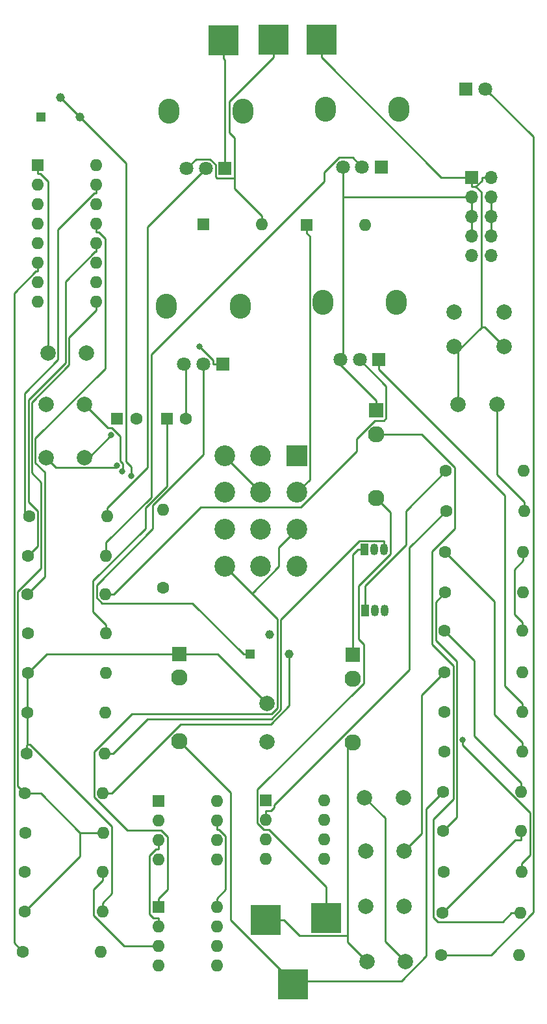
<source format=gbr>
%TF.GenerationSoftware,KiCad,Pcbnew,5.1.7*%
%TF.CreationDate,2020-11-09T18:16:13+01:00*%
%TF.ProjectId,AS3310-ADSR,41533333-3130-42d4-9144-53522e6b6963,1*%
%TF.SameCoordinates,Original*%
%TF.FileFunction,Copper,L1,Top*%
%TF.FilePolarity,Positive*%
%FSLAX46Y46*%
G04 Gerber Fmt 4.6, Leading zero omitted, Abs format (unit mm)*
G04 Created by KiCad (PCBNEW 5.1.7) date 2020-11-09 18:16:13*
%MOMM*%
%LPD*%
G01*
G04 APERTURE LIST*
%TA.AperFunction,ComponentPad*%
%ADD10C,1.168000*%
%TD*%
%TA.AperFunction,ComponentPad*%
%ADD11R,1.168000X1.168000*%
%TD*%
%TA.AperFunction,ComponentPad*%
%ADD12C,1.600000*%
%TD*%
%TA.AperFunction,ComponentPad*%
%ADD13R,1.600000X1.600000*%
%TD*%
%TA.AperFunction,ComponentPad*%
%ADD14C,2.130000*%
%TD*%
%TA.AperFunction,ComponentPad*%
%ADD15R,1.930000X1.830000*%
%TD*%
%TA.AperFunction,SMDPad,CuDef*%
%ADD16R,4.000000X4.000000*%
%TD*%
%TA.AperFunction,ComponentPad*%
%ADD17C,2.700000*%
%TD*%
%TA.AperFunction,ComponentPad*%
%ADD18R,2.700000X2.700000*%
%TD*%
%TA.AperFunction,ComponentPad*%
%ADD19O,1.600000X1.600000*%
%TD*%
%TA.AperFunction,ComponentPad*%
%ADD20C,1.800000*%
%TD*%
%TA.AperFunction,ComponentPad*%
%ADD21R,1.800000X1.800000*%
%TD*%
%TA.AperFunction,ComponentPad*%
%ADD22C,2.000000*%
%TD*%
%TA.AperFunction,ComponentPad*%
%ADD23O,2.720000X3.240000*%
%TD*%
%TA.AperFunction,ComponentPad*%
%ADD24R,1.050000X1.500000*%
%TD*%
%TA.AperFunction,ComponentPad*%
%ADD25O,1.050000X1.500000*%
%TD*%
%TA.AperFunction,ComponentPad*%
%ADD26O,1.700000X1.700000*%
%TD*%
%TA.AperFunction,ComponentPad*%
%ADD27R,1.700000X1.700000*%
%TD*%
%TA.AperFunction,ViaPad*%
%ADD28C,0.800000*%
%TD*%
%TA.AperFunction,Conductor*%
%ADD29C,0.250000*%
%TD*%
G04 APERTURE END LIST*
D10*
%TO.P,RV6,2*%
%TO.N,Net-(R13-Pad2)*%
X89680000Y-44490000D03*
%TO.P,RV6,3*%
X92220000Y-47030000D03*
D11*
%TO.P,RV6,1*%
%TO.N,/ENVOUT*%
X87140000Y-47030000D03*
%TD*%
D10*
%TO.P,RV5,2*%
%TO.N,Net-(R8-Pad2)*%
X117010000Y-114440000D03*
%TO.P,RV5,3*%
X119550000Y-116980000D03*
D11*
%TO.P,RV5,1*%
%TO.N,Net-(RV1-Pad2)*%
X114470000Y-116980000D03*
%TD*%
D12*
%TO.P,C10,2*%
%TO.N,GND*%
X106070000Y-86350000D03*
D13*
%TO.P,C10,1*%
%TO.N,+12V*%
X103570000Y-86350000D03*
%TD*%
D12*
%TO.P,C9,2*%
%TO.N,-12V*%
X99620000Y-86350000D03*
D13*
%TO.P,C9,1*%
%TO.N,GND*%
X97120000Y-86350000D03*
%TD*%
D14*
%TO.P,J3,T*%
%TO.N,Net-(J3-PadT)*%
X105180000Y-128320000D03*
D15*
%TO.P,J3,S*%
%TO.N,GND*%
X105180000Y-116920000D03*
D14*
%TO.P,J3,TN*%
%TO.N,N/C*%
X105180000Y-120020000D03*
%TD*%
D16*
%TO.P,TP6,1*%
%TO.N,+12V*%
X123710000Y-36950000D03*
%TD*%
%TO.P,TP5,1*%
%TO.N,GND*%
X117450000Y-36950000D03*
%TD*%
%TO.P,TP4,1*%
%TO.N,-12V*%
X110950000Y-37070000D03*
%TD*%
D17*
%TO.P,S1,10*%
%TO.N,N/C*%
X120510000Y-105510000D03*
%TO.P,S1,7*%
%TO.N,/OUT4*%
X120510000Y-100710000D03*
D18*
%TO.P,S1,1*%
%TO.N,/OUT3*%
X120510000Y-91110000D03*
D17*
%TO.P,S1,4*%
%TO.N,/OUT2*%
X120510000Y-95910000D03*
%TO.P,S1,12*%
%TO.N,/OUT4*%
X111110000Y-105510000D03*
%TO.P,S1,9*%
%TO.N,Net-(S1-Pad11)*%
X111110000Y-100710000D03*
%TO.P,S1,3*%
%TO.N,Net-(S1-Pad3)*%
X111110000Y-91110000D03*
%TO.P,S1,6*%
%TO.N,/OUT1*%
X111110000Y-95910000D03*
%TO.P,S1,11*%
%TO.N,Net-(S1-Pad11)*%
X115810000Y-105510000D03*
%TO.P,S1,8*%
%TO.N,/IN2*%
X115810000Y-100710000D03*
%TO.P,S1,2*%
%TO.N,/IN1*%
X115810000Y-91110000D03*
%TO.P,S1,5*%
%TO.N,Net-(S1-Pad3)*%
X115810000Y-95910000D03*
%TD*%
D12*
%TO.P,R26,1*%
%TO.N,Net-(D3-Pad2)*%
X139370000Y-156140000D03*
D19*
%TO.P,R26,2*%
%TO.N,+12V*%
X149530000Y-156140000D03*
%TD*%
D20*
%TO.P,D3,2*%
%TO.N,Net-(D3-Pad2)*%
X145090000Y-43350000D03*
D21*
%TO.P,D3,1*%
%TO.N,GND*%
X142550000Y-43350000D03*
%TD*%
D19*
%TO.P,U4,8*%
%TO.N,N/C*%
X110100000Y-136130000D03*
%TO.P,U4,4*%
%TO.N,-12V*%
X102480000Y-143750000D03*
%TO.P,U4,7*%
%TO.N,+12V*%
X110100000Y-138670000D03*
%TO.P,U4,3*%
%TO.N,/ENVOUT*%
X102480000Y-141210000D03*
%TO.P,U4,6*%
%TO.N,Net-(R18-Pad1)*%
X110100000Y-141210000D03*
%TO.P,U4,2*%
%TO.N,Net-(R16-Pad2)*%
X102480000Y-138670000D03*
%TO.P,U4,5*%
%TO.N,N/C*%
X110100000Y-143750000D03*
D13*
%TO.P,U4,1*%
X102480000Y-136130000D03*
%TD*%
D19*
%TO.P,U3,8*%
%TO.N,N/C*%
X124090000Y-135970000D03*
%TO.P,U3,4*%
X116470000Y-143590000D03*
%TO.P,U3,7*%
X124090000Y-138510000D03*
%TO.P,U3,3*%
%TO.N,/OUT2*%
X116470000Y-141050000D03*
%TO.P,U3,6*%
%TO.N,N/C*%
X124090000Y-141050000D03*
%TO.P,U3,2*%
%TO.N,Net-(C5-Pad1)*%
X116470000Y-138510000D03*
%TO.P,U3,5*%
%TO.N,N/C*%
X124090000Y-143590000D03*
D13*
%TO.P,U3,1*%
%TO.N,/GATE*%
X116470000Y-135970000D03*
%TD*%
D19*
%TO.P,U2,16*%
%TO.N,N/C*%
X94400000Y-53300000D03*
%TO.P,U2,8*%
%TO.N,Net-(C1-Pad1)*%
X86780000Y-71080000D03*
%TO.P,U2,15*%
%TO.N,/ATTACK*%
X94400000Y-55840000D03*
%TO.P,U2,7*%
%TO.N,GND*%
X86780000Y-68540000D03*
%TO.P,U2,14*%
X94400000Y-58380000D03*
%TO.P,U2,6*%
%TO.N,Net-(R12-Pad1)*%
X86780000Y-66000000D03*
%TO.P,U2,13*%
%TO.N,/RELEASE*%
X94400000Y-60920000D03*
%TO.P,U2,5*%
%TO.N,/TRIG*%
X86780000Y-63460000D03*
%TO.P,U2,12*%
%TO.N,/DECAY*%
X94400000Y-63460000D03*
%TO.P,U2,4*%
%TO.N,/GATE*%
X86780000Y-60920000D03*
%TO.P,U2,11*%
%TO.N,+12V*%
X94400000Y-66000000D03*
%TO.P,U2,3*%
%TO.N,N/C*%
X86780000Y-58380000D03*
%TO.P,U2,10*%
%TO.N,/IIN*%
X94400000Y-68540000D03*
%TO.P,U2,2*%
%TO.N,/ENVOUT*%
X86780000Y-55840000D03*
%TO.P,U2,9*%
%TO.N,/SUSTAIN*%
X94400000Y-71080000D03*
D13*
%TO.P,U2,1*%
%TO.N,Net-(C3-Pad1)*%
X86780000Y-53300000D03*
%TD*%
D19*
%TO.P,U1,8*%
%TO.N,+12V*%
X110140000Y-149880000D03*
%TO.P,U1,4*%
%TO.N,-12V*%
X102520000Y-157500000D03*
%TO.P,U1,7*%
%TO.N,N/C*%
X110140000Y-152420000D03*
%TO.P,U1,3*%
%TO.N,Net-(R10-Pad2)*%
X102520000Y-154960000D03*
%TO.P,U1,6*%
%TO.N,N/C*%
X110140000Y-154960000D03*
%TO.P,U1,2*%
%TO.N,/ENVOUT*%
X102520000Y-152420000D03*
%TO.P,U1,5*%
%TO.N,N/C*%
X110140000Y-157500000D03*
D13*
%TO.P,U1,1*%
%TO.N,/OUT4*%
X102520000Y-149880000D03*
%TD*%
D16*
%TO.P,TP3,1*%
%TO.N,/IN1*%
X124330000Y-151300000D03*
%TD*%
%TO.P,TP2,1*%
%TO.N,Net-(J3-PadT)*%
X120010000Y-159960000D03*
%TD*%
%TO.P,TP1,1*%
%TO.N,Net-(C4-Pad1)*%
X116480000Y-151550000D03*
%TD*%
D22*
%TO.P,SW2,1*%
%TO.N,Net-(J4-PadTN)*%
X141060000Y-72400000D03*
%TO.P,SW2,2*%
%TO.N,+12V*%
X141060000Y-76900000D03*
%TO.P,SW2,1*%
%TO.N,Net-(J4-PadTN)*%
X147560000Y-72400000D03*
%TO.P,SW2,2*%
%TO.N,+12V*%
X147560000Y-76900000D03*
%TD*%
D23*
%TO.P,RV4,*%
%TO.N,*%
X133510000Y-71130000D03*
X123910000Y-71130000D03*
D20*
%TO.P,RV4,3*%
%TO.N,GND*%
X126210000Y-78630000D03*
%TO.P,RV4,2*%
%TO.N,Net-(R3-Pad2)*%
X128710000Y-78630000D03*
D21*
%TO.P,RV4,1*%
%TO.N,-12V*%
X131210000Y-78630000D03*
%TD*%
D23*
%TO.P,RV3,*%
%TO.N,*%
X133840000Y-46030000D03*
X124240000Y-46030000D03*
D20*
%TO.P,RV3,3*%
%TO.N,GND*%
X126540000Y-53530000D03*
%TO.P,RV3,2*%
%TO.N,Net-(R2-Pad2)*%
X129040000Y-53530000D03*
D21*
%TO.P,RV3,1*%
%TO.N,-12V*%
X131540000Y-53530000D03*
%TD*%
D23*
%TO.P,RV2,*%
%TO.N,*%
X113470000Y-46250000D03*
X103870000Y-46250000D03*
D20*
%TO.P,RV2,3*%
%TO.N,GND*%
X106170000Y-53750000D03*
%TO.P,RV2,2*%
%TO.N,Net-(R1-Pad2)*%
X108670000Y-53750000D03*
D21*
%TO.P,RV2,1*%
%TO.N,-12V*%
X111170000Y-53750000D03*
%TD*%
D23*
%TO.P,RV1,*%
%TO.N,*%
X113140000Y-71690000D03*
X103540000Y-71690000D03*
D20*
%TO.P,RV1,3*%
%TO.N,GND*%
X105840000Y-79190000D03*
%TO.P,RV1,2*%
%TO.N,Net-(RV1-Pad2)*%
X108340000Y-79190000D03*
D21*
%TO.P,RV1,1*%
%TO.N,+12V*%
X110840000Y-79190000D03*
%TD*%
D12*
%TO.P,R25,1*%
%TO.N,GND*%
X139470000Y-150690000D03*
D19*
%TO.P,R25,2*%
%TO.N,Net-(J4-PadTN)*%
X149630000Y-150690000D03*
%TD*%
D12*
%TO.P,R24,1*%
%TO.N,+12V*%
X139630000Y-145350000D03*
D19*
%TO.P,R24,2*%
%TO.N,/OUT3*%
X149790000Y-145350000D03*
%TD*%
D12*
%TO.P,R23,1*%
%TO.N,/OUT2*%
X139570000Y-140020000D03*
D19*
%TO.P,R23,2*%
%TO.N,GND*%
X149730000Y-140020000D03*
%TD*%
D12*
%TO.P,R22,1*%
%TO.N,Net-(J3-PadT)*%
X139620000Y-134890000D03*
D19*
%TO.P,R22,2*%
%TO.N,Net-(R18-Pad1)*%
X149780000Y-134890000D03*
%TD*%
D12*
%TO.P,R21,1*%
%TO.N,Net-(C6-Pad2)*%
X139780000Y-129630000D03*
D19*
%TO.P,R21,2*%
%TO.N,GND*%
X149940000Y-129630000D03*
%TD*%
D12*
%TO.P,R20,1*%
%TO.N,Net-(Q1-Pad2)*%
X139780000Y-124490000D03*
D19*
%TO.P,R20,2*%
%TO.N,-12V*%
X149940000Y-124490000D03*
%TD*%
D12*
%TO.P,R19,1*%
%TO.N,Net-(C7-Pad2)*%
X139780000Y-119300000D03*
D19*
%TO.P,R19,2*%
%TO.N,Net-(Q1-Pad2)*%
X149940000Y-119300000D03*
%TD*%
D12*
%TO.P,R18,1*%
%TO.N,Net-(R18-Pad1)*%
X139780000Y-113940000D03*
D19*
%TO.P,R18,2*%
%TO.N,Net-(R16-Pad2)*%
X149940000Y-113940000D03*
%TD*%
D12*
%TO.P,R17,1*%
%TO.N,/OUT2*%
X139870000Y-108940000D03*
D19*
%TO.P,R17,2*%
%TO.N,/GATE*%
X150030000Y-108940000D03*
%TD*%
D12*
%TO.P,R16,1*%
%TO.N,GND*%
X139870000Y-103660000D03*
D19*
%TO.P,R16,2*%
%TO.N,Net-(R16-Pad2)*%
X150030000Y-103660000D03*
%TD*%
D12*
%TO.P,R15,1*%
%TO.N,Net-(C5-Pad1)*%
X140000000Y-98310000D03*
D19*
%TO.P,R15,2*%
%TO.N,GND*%
X150160000Y-98310000D03*
%TD*%
D12*
%TO.P,R14,1*%
%TO.N,+12V*%
X139960000Y-93120000D03*
D19*
%TO.P,R14,2*%
%TO.N,Net-(C5-Pad1)*%
X150120000Y-93120000D03*
%TD*%
D12*
%TO.P,R13,1*%
%TO.N,/IIN*%
X103110000Y-108310000D03*
D19*
%TO.P,R13,2*%
%TO.N,Net-(R13-Pad2)*%
X103110000Y-98150000D03*
%TD*%
D12*
%TO.P,R12,1*%
%TO.N,Net-(R12-Pad1)*%
X84830000Y-155750000D03*
D19*
%TO.P,R12,2*%
%TO.N,-12V*%
X94990000Y-155750000D03*
%TD*%
D12*
%TO.P,R11,1*%
%TO.N,/SUSTAIN*%
X85020000Y-150510000D03*
D19*
%TO.P,R11,2*%
%TO.N,GND*%
X95180000Y-150510000D03*
%TD*%
D12*
%TO.P,R10,1*%
%TO.N,/OUT4*%
X85020000Y-145300000D03*
D19*
%TO.P,R10,2*%
%TO.N,Net-(R10-Pad2)*%
X95180000Y-145300000D03*
%TD*%
D12*
%TO.P,R9,1*%
%TO.N,Net-(R10-Pad2)*%
X85150000Y-140210000D03*
D19*
%TO.P,R9,2*%
%TO.N,/SUSTAIN*%
X95310000Y-140210000D03*
%TD*%
D12*
%TO.P,R8,1*%
%TO.N,/SUSTAIN*%
X85090000Y-135110000D03*
D19*
%TO.P,R8,2*%
%TO.N,Net-(R8-Pad2)*%
X95250000Y-135110000D03*
%TD*%
D12*
%TO.P,R7,1*%
%TO.N,GND*%
X85280000Y-129910000D03*
D19*
%TO.P,R7,2*%
%TO.N,/RELEASE*%
X95440000Y-129910000D03*
%TD*%
D12*
%TO.P,R6,1*%
%TO.N,GND*%
X85400000Y-124620000D03*
D19*
%TO.P,R6,2*%
%TO.N,/DECAY*%
X95560000Y-124620000D03*
%TD*%
D12*
%TO.P,R5,1*%
%TO.N,GND*%
X85440000Y-119390000D03*
D19*
%TO.P,R5,2*%
%TO.N,/ATTACK*%
X95600000Y-119390000D03*
%TD*%
D12*
%TO.P,R4,1*%
%TO.N,Net-(R10-Pad2)*%
X85470000Y-114240000D03*
D19*
%TO.P,R4,2*%
%TO.N,+12V*%
X95630000Y-114240000D03*
%TD*%
D12*
%TO.P,R3,1*%
%TO.N,/RELEASE*%
X85400000Y-109180000D03*
D19*
%TO.P,R3,2*%
%TO.N,Net-(R3-Pad2)*%
X95560000Y-109180000D03*
%TD*%
D12*
%TO.P,R2,1*%
%TO.N,/DECAY*%
X85480000Y-104170000D03*
D19*
%TO.P,R2,2*%
%TO.N,Net-(R2-Pad2)*%
X95640000Y-104170000D03*
%TD*%
D12*
%TO.P,R1,1*%
%TO.N,/ATTACK*%
X85630000Y-99020000D03*
D19*
%TO.P,R1,2*%
%TO.N,Net-(R1-Pad2)*%
X95790000Y-99020000D03*
%TD*%
D24*
%TO.P,Q2,1*%
%TO.N,+12V*%
X129450000Y-111290000D03*
D25*
%TO.P,Q2,3*%
%TO.N,Net-(C7-Pad2)*%
X131990000Y-111290000D03*
%TO.P,Q2,2*%
%TO.N,/OUT3*%
X130720000Y-111290000D03*
%TD*%
D24*
%TO.P,Q1,1*%
%TO.N,GND*%
X129360000Y-103310000D03*
D25*
%TO.P,Q1,3*%
%TO.N,/RELEASE*%
X131900000Y-103310000D03*
%TO.P,Q1,2*%
%TO.N,Net-(Q1-Pad2)*%
X130630000Y-103310000D03*
%TD*%
D14*
%TO.P,J4,T*%
%TO.N,/IN1*%
X130880000Y-96610000D03*
D15*
%TO.P,J4,S*%
%TO.N,GND*%
X130880000Y-85210000D03*
D14*
%TO.P,J4,TN*%
%TO.N,Net-(J4-PadTN)*%
X130880000Y-88310000D03*
%TD*%
D26*
%TO.P,J2,10*%
%TO.N,-12V*%
X145810000Y-65070000D03*
%TO.P,J2,9*%
X143270000Y-65070000D03*
%TO.P,J2,8*%
%TO.N,GND*%
X145810000Y-62530000D03*
%TO.P,J2,7*%
X143270000Y-62530000D03*
%TO.P,J2,6*%
X145810000Y-59990000D03*
%TO.P,J2,5*%
X143270000Y-59990000D03*
%TO.P,J2,4*%
X145810000Y-57450000D03*
%TO.P,J2,3*%
X143270000Y-57450000D03*
%TO.P,J2,2*%
%TO.N,+12V*%
X145810000Y-54910000D03*
D27*
%TO.P,J2,1*%
X143270000Y-54910000D03*
%TD*%
D14*
%TO.P,J1,T*%
%TO.N,Net-(C4-Pad1)*%
X127800000Y-128480000D03*
D15*
%TO.P,J1,S*%
%TO.N,GND*%
X127800000Y-117080000D03*
D14*
%TO.P,J1,TN*%
%TO.N,N/C*%
X127800000Y-120180000D03*
%TD*%
D19*
%TO.P,D2,2*%
%TO.N,Net-(C6-Pad2)*%
X129460000Y-61090000D03*
D13*
%TO.P,D2,1*%
%TO.N,/OUT2*%
X121840000Y-61090000D03*
%TD*%
D19*
%TO.P,D1,2*%
%TO.N,GND*%
X115990000Y-61020000D03*
D13*
%TO.P,D1,1*%
%TO.N,/OUT2*%
X108370000Y-61020000D03*
%TD*%
D22*
%TO.P,C11,2*%
%TO.N,+12V*%
X141570000Y-84480000D03*
%TO.P,C11,1*%
%TO.N,GND*%
X146570000Y-84480000D03*
%TD*%
%TO.P,C8,2*%
%TO.N,GND*%
X134540000Y-149800000D03*
%TO.P,C8,1*%
%TO.N,-12V*%
X129540000Y-149800000D03*
%TD*%
%TO.P,C7,2*%
%TO.N,Net-(C7-Pad2)*%
X134490000Y-142630000D03*
%TO.P,C7,1*%
%TO.N,/OUT2*%
X129490000Y-142630000D03*
%TD*%
%TO.P,C6,2*%
%TO.N,Net-(C6-Pad2)*%
X92810000Y-91370000D03*
%TO.P,C6,1*%
%TO.N,/OUT1*%
X87810000Y-91370000D03*
%TD*%
%TO.P,C5,2*%
%TO.N,/IN2*%
X92810000Y-84430000D03*
%TO.P,C5,1*%
%TO.N,Net-(C5-Pad1)*%
X87810000Y-84430000D03*
%TD*%
%TO.P,C4,2*%
%TO.N,/TRIG*%
X134680000Y-157050000D03*
%TO.P,C4,1*%
%TO.N,Net-(C4-Pad1)*%
X129680000Y-157050000D03*
%TD*%
%TO.P,C3,2*%
%TO.N,GND*%
X93070000Y-77750000D03*
%TO.P,C3,1*%
%TO.N,Net-(C3-Pad1)*%
X88070000Y-77750000D03*
%TD*%
%TO.P,C2,2*%
%TO.N,/GATE*%
X134380000Y-135660000D03*
%TO.P,C2,1*%
%TO.N,/TRIG*%
X129380000Y-135660000D03*
%TD*%
%TO.P,C1,2*%
%TO.N,GND*%
X116660000Y-123380000D03*
%TO.P,C1,1*%
%TO.N,Net-(C1-Pad1)*%
X116660000Y-128380000D03*
%TD*%
D28*
%TO.N,Net-(C6-Pad2)*%
X96352500Y-88449400D03*
%TO.N,+12V*%
X107801800Y-76917600D03*
%TO.N,Net-(R13-Pad2)*%
X98924600Y-93774500D03*
%TO.N,/IN2*%
X97767100Y-93158800D03*
%TO.N,/OUT1*%
X97078200Y-92432800D03*
%TO.N,/OUT3*%
X142118800Y-128153400D03*
%TD*%
D29*
%TO.N,GND*%
X85440000Y-119390000D02*
X85400000Y-119430000D01*
X85400000Y-119430000D02*
X85400000Y-124620000D01*
X105180000Y-116920000D02*
X87910000Y-116920000D01*
X87910000Y-116920000D02*
X85440000Y-119390000D01*
X149940000Y-129630000D02*
X149940000Y-128504700D01*
X139870000Y-103660000D02*
X146304000Y-110094000D01*
X146304000Y-110094000D02*
X146304000Y-124868700D01*
X146304000Y-124868700D02*
X149940000Y-128504700D01*
X149730000Y-140020000D02*
X149730000Y-141145300D01*
X149730000Y-141145300D02*
X149014700Y-141145300D01*
X149014700Y-141145300D02*
X139470000Y-150690000D01*
X130880000Y-85210000D02*
X130880000Y-83969700D01*
X130880000Y-83969700D02*
X126210000Y-79299700D01*
X126210000Y-79299700D02*
X126210000Y-78630000D01*
X126540000Y-57450000D02*
X126540000Y-78300000D01*
X126540000Y-78300000D02*
X126210000Y-78630000D01*
X126540000Y-53530000D02*
X126540000Y-57450000D01*
X126540000Y-57450000D02*
X142094700Y-57450000D01*
X143270000Y-57450000D02*
X142094700Y-57450000D01*
X116660000Y-123380000D02*
X110200000Y-116920000D01*
X110200000Y-116920000D02*
X105180000Y-116920000D01*
X112441900Y-55002200D02*
X110113000Y-55002200D01*
X110113000Y-55002200D02*
X109944600Y-54833800D01*
X109944600Y-54833800D02*
X109944600Y-53228400D01*
X109944600Y-53228400D02*
X109226000Y-52509800D01*
X109226000Y-52509800D02*
X107410200Y-52509800D01*
X107410200Y-52509800D02*
X106170000Y-53750000D01*
X115990000Y-59894700D02*
X112442000Y-56346700D01*
X112442000Y-56346700D02*
X112442000Y-55002200D01*
X112442000Y-55002200D02*
X112441900Y-55002200D01*
X112441900Y-55002200D02*
X112441900Y-49725600D01*
X112441900Y-49725600D02*
X111754400Y-49038100D01*
X111754400Y-49038100D02*
X111754400Y-44970900D01*
X111754400Y-44970900D02*
X117450000Y-39275300D01*
X117450000Y-36950000D02*
X117450000Y-39275300D01*
X115990000Y-61020000D02*
X115990000Y-59894700D01*
X85400000Y-128742200D02*
X85760800Y-128742200D01*
X85760800Y-128742200D02*
X96442900Y-139424300D01*
X96442900Y-139424300D02*
X96442900Y-148121800D01*
X96442900Y-148121800D02*
X95180000Y-149384700D01*
X85280000Y-129910000D02*
X85280000Y-128862200D01*
X85280000Y-128862200D02*
X85400000Y-128742200D01*
X85400000Y-124620000D02*
X85400000Y-128742200D01*
X95180000Y-150510000D02*
X95180000Y-149384700D01*
X105840000Y-79190000D02*
X106070000Y-79420000D01*
X106070000Y-79420000D02*
X106070000Y-86350000D01*
X150160000Y-97184700D02*
X146570000Y-93594700D01*
X146570000Y-93594700D02*
X146570000Y-84480000D01*
X145810000Y-62530000D02*
X145810000Y-59990000D01*
X150160000Y-98310000D02*
X150160000Y-97184700D01*
X129360000Y-103310000D02*
X128509700Y-103310000D01*
X127800000Y-117080000D02*
X127800000Y-104019700D01*
X127800000Y-104019700D02*
X128509700Y-103310000D01*
X143270000Y-57450000D02*
X143270000Y-59990000D01*
X145810000Y-57450000D02*
X145810000Y-59990000D01*
X143270000Y-59990000D02*
X143270000Y-62530000D01*
%TO.N,/TRIG*%
X129380000Y-135660000D02*
X132040000Y-138320000D01*
X132040000Y-138320000D02*
X132040000Y-154410000D01*
X132040000Y-154410000D02*
X134680000Y-157050000D01*
%TO.N,Net-(C3-Pad1)*%
X86780000Y-54425300D02*
X87061300Y-54425300D01*
X87061300Y-54425300D02*
X88070000Y-55434000D01*
X88070000Y-55434000D02*
X88070000Y-77750000D01*
X86780000Y-53300000D02*
X86780000Y-54425300D01*
%TO.N,Net-(C4-Pad1)*%
X127128600Y-153631300D02*
X127128600Y-154498600D01*
X127128600Y-154498600D02*
X129680000Y-157050000D01*
X127800000Y-128480000D02*
X127128600Y-129151400D01*
X127128600Y-129151400D02*
X127128600Y-153631300D01*
X127128600Y-153631300D02*
X120886600Y-153631300D01*
X120886600Y-153631300D02*
X118805300Y-151550000D01*
X116480000Y-151550000D02*
X118805300Y-151550000D01*
%TO.N,Net-(C5-Pad1)*%
X116470000Y-138510000D02*
X116470000Y-137384700D01*
X116470000Y-137384700D02*
X117120600Y-137384700D01*
X117120600Y-137384700D02*
X117595300Y-136910000D01*
X117595300Y-136910000D02*
X117595300Y-136625100D01*
X117595300Y-136625100D02*
X135196000Y-119024400D01*
X135196000Y-119024400D02*
X135196000Y-103114000D01*
X135196000Y-103114000D02*
X140000000Y-98310000D01*
%TO.N,Net-(C6-Pad2)*%
X92810000Y-91370000D02*
X93431900Y-91370000D01*
X93431900Y-91370000D02*
X96352500Y-88449400D01*
%TO.N,Net-(C7-Pad2)*%
X134490000Y-142630000D02*
X136777900Y-140342100D01*
X136777900Y-140342100D02*
X136777900Y-122302100D01*
X136777900Y-122302100D02*
X139780000Y-119300000D01*
%TO.N,-12V*%
X131210000Y-78630000D02*
X131210000Y-79855300D01*
X149940000Y-124490000D02*
X149940000Y-123364700D01*
X149940000Y-123364700D02*
X147661800Y-121086500D01*
X147661800Y-121086500D02*
X147661800Y-96307100D01*
X147661800Y-96307100D02*
X131210000Y-79855300D01*
X110950000Y-37070000D02*
X110950000Y-39395300D01*
X111170000Y-53750000D02*
X111170000Y-39615300D01*
X111170000Y-39615300D02*
X110950000Y-39395300D01*
%TO.N,+12V*%
X144635100Y-74344900D02*
X141570000Y-77410000D01*
X147560000Y-76900000D02*
X145004900Y-74344900D01*
X145004900Y-74344900D02*
X144635100Y-74344900D01*
X143855900Y-56085300D02*
X144540000Y-56769400D01*
X144540000Y-56769400D02*
X144540000Y-74249800D01*
X144540000Y-74249800D02*
X144635100Y-74344900D01*
X141570000Y-77410000D02*
X141060000Y-76900000D01*
X141570000Y-84480000D02*
X141570000Y-77410000D01*
X143855900Y-56085300D02*
X144634700Y-55306500D01*
X144634700Y-55306500D02*
X144634700Y-54910000D01*
X143270000Y-56085300D02*
X143855900Y-56085300D01*
X139960000Y-93120000D02*
X134745600Y-98334400D01*
X134745600Y-98334400D02*
X134745600Y-102739200D01*
X134745600Y-102739200D02*
X129450000Y-108034800D01*
X129450000Y-108034800D02*
X129450000Y-111290000D01*
X103570000Y-86350000D02*
X103570000Y-95114700D01*
X103570000Y-95114700D02*
X100808700Y-97876000D01*
X100808700Y-97876000D02*
X100808700Y-100592800D01*
X100808700Y-100592800D02*
X93967300Y-107434200D01*
X93967300Y-107434200D02*
X93967300Y-111452000D01*
X93967300Y-111452000D02*
X95630000Y-113114700D01*
X110140000Y-149880000D02*
X110140000Y-148754700D01*
X110100000Y-138670000D02*
X110100000Y-139795300D01*
X110100000Y-139795300D02*
X110381300Y-139795300D01*
X110381300Y-139795300D02*
X111244500Y-140658500D01*
X111244500Y-140658500D02*
X111244500Y-147650200D01*
X111244500Y-147650200D02*
X110140000Y-148754700D01*
X145810000Y-54910000D02*
X144634700Y-54910000D01*
X143270000Y-54910000D02*
X143270000Y-56085300D01*
X123710000Y-36950000D02*
X123710000Y-39275300D01*
X143270000Y-54910000D02*
X139344700Y-54910000D01*
X139344700Y-54910000D02*
X123710000Y-39275300D01*
X95630000Y-114240000D02*
X95630000Y-113114700D01*
X107801800Y-76917600D02*
X109614700Y-78730500D01*
X109614700Y-78730500D02*
X109614700Y-79190000D01*
X110840000Y-79190000D02*
X109614700Y-79190000D01*
%TO.N,Net-(J3-PadT)*%
X120010000Y-159737400D02*
X111864600Y-151592000D01*
X111864600Y-151592000D02*
X111864600Y-135004600D01*
X111864600Y-135004600D02*
X105180000Y-128320000D01*
X120010000Y-159737400D02*
X120010000Y-159514900D01*
X120010000Y-159960000D02*
X120010000Y-159737400D01*
X139620000Y-134890000D02*
X137403300Y-137106700D01*
X137403300Y-137106700D02*
X137403300Y-156242100D01*
X137403300Y-156242100D02*
X134130500Y-159514900D01*
X134130500Y-159514900D02*
X120010000Y-159514900D01*
%TO.N,Net-(J4-PadTN)*%
X130880000Y-88310000D02*
X136782100Y-88310000D01*
X136782100Y-88310000D02*
X141139300Y-92667200D01*
X141139300Y-92667200D02*
X141139300Y-100641300D01*
X141139300Y-100641300D02*
X138165700Y-103614900D01*
X138165700Y-103614900D02*
X138165700Y-115730200D01*
X138165700Y-115730200D02*
X140925500Y-118490000D01*
X140925500Y-118490000D02*
X140925500Y-135843700D01*
X140925500Y-135843700D02*
X138327500Y-138441700D01*
X138327500Y-138441700D02*
X138327500Y-151210100D01*
X138327500Y-151210100D02*
X138932700Y-151815300D01*
X138932700Y-151815300D02*
X147379400Y-151815300D01*
X147379400Y-151815300D02*
X148504700Y-150690000D01*
X149630000Y-150690000D02*
X148504700Y-150690000D01*
%TO.N,/RELEASE*%
X131900000Y-103310000D02*
X131900000Y-102234700D01*
X95440000Y-129910000D02*
X96565300Y-129910000D01*
X96565300Y-129910000D02*
X101081100Y-125394200D01*
X101081100Y-125394200D02*
X117200100Y-125394200D01*
X117200100Y-125394200D02*
X118457600Y-124136700D01*
X118457600Y-124136700D02*
X118457600Y-112477300D01*
X118457600Y-112477300D02*
X128700200Y-102234700D01*
X128700200Y-102234700D02*
X131900000Y-102234700D01*
X85400000Y-109180000D02*
X87662000Y-106918000D01*
X87662000Y-106918000D02*
X87662000Y-93268400D01*
X87662000Y-93268400D02*
X86452100Y-92058500D01*
X86452100Y-92058500D02*
X86452100Y-88862200D01*
X86452100Y-88862200D02*
X95525400Y-79788900D01*
X95525400Y-79788900D02*
X95525400Y-62889400D01*
X95525400Y-62889400D02*
X94681300Y-62045300D01*
X94681300Y-62045300D02*
X94400000Y-62045300D01*
X94400000Y-60920000D02*
X94400000Y-62045300D01*
%TO.N,/ATTACK*%
X94400000Y-55840000D02*
X94400000Y-56965300D01*
X85630000Y-99020000D02*
X85038500Y-98428500D01*
X85038500Y-98428500D02*
X85038500Y-82981700D01*
X85038500Y-82981700D02*
X89395400Y-78624800D01*
X89395400Y-78624800D02*
X89395400Y-61688600D01*
X89395400Y-61688600D02*
X94118700Y-56965300D01*
X94118700Y-56965300D02*
X94400000Y-56965300D01*
%TO.N,Net-(R1-Pad2)*%
X95790000Y-97894700D02*
X95830200Y-97894700D01*
X95830200Y-97894700D02*
X101082500Y-92642400D01*
X101082500Y-92642400D02*
X101082500Y-61337500D01*
X101082500Y-61337500D02*
X108670000Y-53750000D01*
X95790000Y-99020000D02*
X95790000Y-97894700D01*
%TO.N,/DECAY*%
X85480000Y-104170000D02*
X86761400Y-102888600D01*
X86761400Y-102888600D02*
X86761400Y-98345000D01*
X86761400Y-98345000D02*
X85548500Y-97132100D01*
X85548500Y-97132100D02*
X85548500Y-83881600D01*
X85548500Y-83881600D02*
X90367300Y-79062800D01*
X90367300Y-79062800D02*
X90367300Y-68413700D01*
X90367300Y-68413700D02*
X94195700Y-64585300D01*
X94195700Y-64585300D02*
X94400000Y-64585300D01*
X94400000Y-63460000D02*
X94400000Y-64585300D01*
%TO.N,Net-(R2-Pad2)*%
X129040000Y-53530000D02*
X127807700Y-52297700D01*
X127807700Y-52297700D02*
X126021100Y-52297700D01*
X126021100Y-52297700D02*
X124087600Y-54231200D01*
X124087600Y-54231200D02*
X124087600Y-55369600D01*
X124087600Y-55369600D02*
X101532900Y-77924300D01*
X101532900Y-77924300D02*
X101532900Y-96514900D01*
X101532900Y-96514900D02*
X95640000Y-102407800D01*
X95640000Y-102407800D02*
X95640000Y-103044700D01*
X95640000Y-104170000D02*
X95640000Y-103044700D01*
%TO.N,Net-(R3-Pad2)*%
X95560000Y-109180000D02*
X96685300Y-109180000D01*
X96685300Y-109180000D02*
X108005700Y-97859600D01*
X108005700Y-97859600D02*
X121000000Y-97859600D01*
X121000000Y-97859600D02*
X128288000Y-90571600D01*
X128288000Y-90571600D02*
X128288000Y-88927800D01*
X128288000Y-88927800D02*
X130690100Y-86525700D01*
X130690100Y-86525700D02*
X131904400Y-86525700D01*
X131904400Y-86525700D02*
X132170400Y-86259700D01*
X132170400Y-86259700D02*
X132170400Y-82090400D01*
X132170400Y-82090400D02*
X128710000Y-78630000D01*
%TO.N,Net-(R10-Pad2)*%
X95180000Y-145300000D02*
X95180000Y-146425300D01*
X95180000Y-146425300D02*
X94013500Y-147591800D01*
X94013500Y-147591800D02*
X94013500Y-150976900D01*
X94013500Y-150976900D02*
X97996600Y-154960000D01*
X97996600Y-154960000D02*
X102520000Y-154960000D01*
%TO.N,Net-(R8-Pad2)*%
X96375300Y-135110000D02*
X105415700Y-126069600D01*
X105415700Y-126069600D02*
X117161600Y-126069600D01*
X117161600Y-126069600D02*
X119550000Y-123681200D01*
X119550000Y-123681200D02*
X119550000Y-116980000D01*
X95250000Y-135110000D02*
X96375300Y-135110000D01*
%TO.N,/SUSTAIN*%
X85090000Y-135110000D02*
X84133300Y-134153300D01*
X84133300Y-134153300D02*
X84133300Y-108835300D01*
X84133300Y-108835300D02*
X87211700Y-105756900D01*
X87211700Y-105756900D02*
X87211700Y-94587300D01*
X87211700Y-94587300D02*
X86001600Y-93377200D01*
X86001600Y-93377200D02*
X86001600Y-84161000D01*
X86001600Y-84161000D02*
X90851900Y-79310700D01*
X90851900Y-79310700D02*
X90851900Y-75753400D01*
X90851900Y-75753400D02*
X94400000Y-72205300D01*
X85090000Y-135110000D02*
X87144300Y-135110000D01*
X87144300Y-135110000D02*
X92244300Y-140210000D01*
X94400000Y-71080000D02*
X94400000Y-72205300D01*
X92244300Y-140210000D02*
X92244300Y-143285700D01*
X92244300Y-143285700D02*
X85020000Y-150510000D01*
X94184700Y-140210000D02*
X92244300Y-140210000D01*
X95310000Y-140210000D02*
X94184700Y-140210000D01*
%TO.N,Net-(R12-Pad1)*%
X86780000Y-67125300D02*
X86498700Y-67125300D01*
X86498700Y-67125300D02*
X83664000Y-69960000D01*
X83664000Y-69960000D02*
X83664000Y-154584000D01*
X83664000Y-154584000D02*
X84830000Y-155750000D01*
X86780000Y-66000000D02*
X86780000Y-67125300D01*
%TO.N,Net-(R13-Pad2)*%
X98924600Y-93774500D02*
X98924600Y-92616500D01*
X98924600Y-92616500D02*
X98245400Y-91937300D01*
X98245400Y-91937300D02*
X98245400Y-53055400D01*
X98245400Y-53055400D02*
X92220000Y-47030000D01*
X92220000Y-47030000D02*
X89680000Y-44490000D01*
%TO.N,Net-(R16-Pad2)*%
X149940000Y-113940000D02*
X149940000Y-112814700D01*
X150030000Y-103660000D02*
X150030000Y-104785300D01*
X150030000Y-104785300D02*
X148885200Y-105930100D01*
X148885200Y-105930100D02*
X148885200Y-111759900D01*
X148885200Y-111759900D02*
X149940000Y-112814700D01*
%TO.N,Net-(R18-Pad1)*%
X149780000Y-134890000D02*
X149780000Y-133764700D01*
X139780000Y-113940000D02*
X143661500Y-117821500D01*
X143661500Y-117821500D02*
X143661500Y-127646200D01*
X143661500Y-127646200D02*
X149780000Y-133764700D01*
%TO.N,Net-(RV1-Pad2)*%
X114470000Y-116980000D02*
X113560700Y-116980000D01*
X108340000Y-79190000D02*
X108340000Y-90981600D01*
X108340000Y-90981600D02*
X101709400Y-97612200D01*
X101709400Y-97612200D02*
X101709400Y-100658700D01*
X101709400Y-100658700D02*
X94417700Y-107950400D01*
X94417700Y-107950400D02*
X94417700Y-109632500D01*
X94417700Y-109632500D02*
X95103700Y-110318500D01*
X95103700Y-110318500D02*
X106899200Y-110318500D01*
X106899200Y-110318500D02*
X113560700Y-116980000D01*
%TO.N,/ENVOUT*%
X102520000Y-152420000D02*
X102520000Y-151294700D01*
X102480000Y-141210000D02*
X102480000Y-142335300D01*
X102480000Y-142335300D02*
X102198700Y-142335300D01*
X102198700Y-142335300D02*
X101352400Y-143181600D01*
X101352400Y-143181600D02*
X101352400Y-150830400D01*
X101352400Y-150830400D02*
X101816700Y-151294700D01*
X101816700Y-151294700D02*
X102520000Y-151294700D01*
%TO.N,/IN2*%
X97767100Y-93158800D02*
X97803500Y-93122400D01*
X97803500Y-93122400D02*
X97803500Y-92132300D01*
X97803500Y-92132300D02*
X97498600Y-91827400D01*
X97498600Y-91827400D02*
X97498600Y-88569600D01*
X97498600Y-88569600D02*
X96404400Y-87475400D01*
X96404400Y-87475400D02*
X95855400Y-87475400D01*
X95855400Y-87475400D02*
X92810000Y-84430000D01*
%TO.N,/OUT1*%
X87810000Y-91370000D02*
X89136600Y-92696600D01*
X89136600Y-92696600D02*
X96814400Y-92696600D01*
X96814400Y-92696600D02*
X97078200Y-92432800D01*
%TO.N,/OUT2*%
X121840000Y-61090000D02*
X121840000Y-62215300D01*
X120510000Y-95910000D02*
X122185400Y-94234600D01*
X122185400Y-94234600D02*
X122185400Y-62560700D01*
X122185400Y-62560700D02*
X121840000Y-62215300D01*
X139870000Y-108940000D02*
X138616100Y-110193900D01*
X138616100Y-110193900D02*
X138616100Y-115170300D01*
X138616100Y-115170300D02*
X141375900Y-117930100D01*
X141375900Y-117930100D02*
X141375900Y-138214100D01*
X141375900Y-138214100D02*
X139570000Y-140020000D01*
%TO.N,/IN1*%
X130880000Y-96610000D02*
X132750400Y-98480400D01*
X132750400Y-98480400D02*
X132750400Y-103909300D01*
X132750400Y-103909300D02*
X128565900Y-108093800D01*
X128565900Y-108093800D02*
X128565900Y-115024800D01*
X128565900Y-115024800D02*
X129216400Y-115675300D01*
X129216400Y-115675300D02*
X129216400Y-120730000D01*
X129216400Y-120730000D02*
X115344600Y-134601800D01*
X115344600Y-134601800D02*
X115344600Y-138983500D01*
X115344600Y-138983500D02*
X116215000Y-139853900D01*
X116215000Y-139853900D02*
X116925200Y-139853900D01*
X116925200Y-139853900D02*
X124330000Y-147258700D01*
X124330000Y-147258700D02*
X124330000Y-151300000D01*
%TO.N,/OUT3*%
X149790000Y-145350000D02*
X149790000Y-144224700D01*
X142118800Y-128153400D02*
X142118800Y-128856000D01*
X142118800Y-128856000D02*
X150889500Y-137626700D01*
X150889500Y-137626700D02*
X150889500Y-143125200D01*
X150889500Y-143125200D02*
X149790000Y-144224700D01*
%TO.N,/OUT4*%
X114658900Y-109058900D02*
X111110000Y-105510000D01*
X102520000Y-148754700D02*
X103646100Y-147628600D01*
X103646100Y-147628600D02*
X103646100Y-140728300D01*
X103646100Y-140728300D02*
X102857800Y-139940000D01*
X102857800Y-139940000D02*
X98453600Y-139940000D01*
X98453600Y-139940000D02*
X94121000Y-135607400D01*
X94121000Y-135607400D02*
X94121000Y-129628900D01*
X94121000Y-129628900D02*
X99031200Y-124718700D01*
X99031200Y-124718700D02*
X117238700Y-124718700D01*
X117238700Y-124718700D02*
X118007200Y-123950200D01*
X118007200Y-123950200D02*
X118007200Y-112407200D01*
X118007200Y-112407200D02*
X114658900Y-109058900D01*
X120510000Y-100710000D02*
X118160100Y-103059900D01*
X118160100Y-103059900D02*
X118160100Y-105557700D01*
X118160100Y-105557700D02*
X114658900Y-109058900D01*
X102520000Y-149880000D02*
X102520000Y-148754700D01*
%TO.N,Net-(S1-Pad3)*%
X115810000Y-95910000D02*
X111110000Y-91210000D01*
X111110000Y-91210000D02*
X111110000Y-91110000D01*
%TO.N,Net-(D3-Pad2)*%
X145090000Y-43350000D02*
X151339900Y-49599900D01*
X151339900Y-49599900D02*
X151339900Y-150614400D01*
X151339900Y-150614400D02*
X145814300Y-156140000D01*
X145814300Y-156140000D02*
X139370000Y-156140000D01*
%TD*%
M02*

</source>
